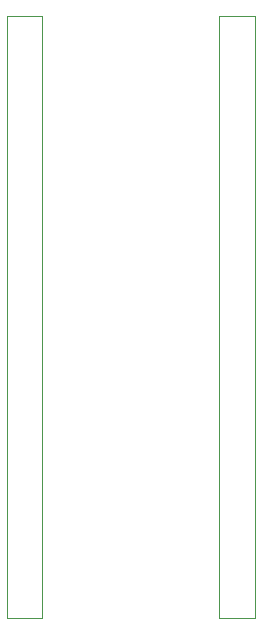
<source format=gbr>
%TF.GenerationSoftware,KiCad,Pcbnew,9.0.6-9.0.6~ubuntu22.04.1*%
%TF.CreationDate,2026-01-23T17:03:56+00:00*%
%TF.ProjectId,mm_raspberry_pi_pico,6d6d5f72-6173-4706-9265-7272795f7069,v0.1*%
%TF.SameCoordinates,PX8d24d00PY37ca3a0*%
%TF.FileFunction,Other,User*%
%FSLAX45Y45*%
G04 Gerber Fmt 4.5, Leading zero omitted, Abs format (unit mm)*
G04 Created by KiCad (PCBNEW 9.0.6-9.0.6~ubuntu22.04.1) date 2026-01-23 17:03:56*
%MOMM*%
%LPD*%
G01*
G04 APERTURE LIST*
%ADD10C,0.100000*%
%ADD11C,0.009990*%
%ADD12C,0.010830*%
%ADD13C,0.020670*%
%ADD14C,0.030760*%
%ADD15C,0.010430*%
%ADD16C,0.020530*%
%ADD17C,0.030860*%
%ADD18C,0.020510*%
%ADD19C,0.040510*%
%ADD20C,0.020680*%
%ADD21C,0.030650*%
%ADD22C,0.010710*%
%ADD23C,0.020780*%
%ADD24C,0.030680*%
G04 APERTURE END LIST*
D10*
X-1050000Y2550000D02*
X-750000Y2550000D01*
X-750000Y-2550000D01*
X-1050000Y-2550000D01*
X-1050000Y2550000D01*
X750000Y2550000D02*
X1050000Y2550000D01*
X1050000Y-2550000D01*
X750000Y-2550000D01*
X750000Y2550000D01*
D11*
%TO.C,GS4*%
X-1050000Y2200000D02*
X-1050000Y2200000D01*
D12*
X-1050000Y2200000D02*
X-1050000Y2200000D01*
D13*
X-1050000Y2200000D02*
X-1050000Y2200000D01*
D14*
X-1050000Y2200000D02*
X-1050000Y2200000D01*
D11*
%TO.C,GS2*%
X1050000Y-2400000D02*
X1050000Y-2400000D01*
D15*
X1050000Y-2400000D02*
X1050000Y-2400000D01*
D16*
X1050000Y-2400000D02*
X1050000Y-2400000D01*
D17*
X1050000Y-2400000D02*
X1050000Y-2400000D01*
D11*
%TO.C,GS1*%
X1050000Y-1400000D02*
X1050000Y-1400000D01*
D15*
X1050000Y-1400000D02*
X1050000Y-1400000D01*
D18*
X1050000Y-1400000D02*
X1050000Y-1400000D01*
D17*
X1050000Y-1400000D02*
X1050000Y-1400000D01*
D19*
X1050000Y-1400000D02*
X1050000Y-1400000D01*
D11*
%TO.C,GS3*%
X-1050000Y2400000D02*
X-1050000Y2400000D01*
D12*
X-1050000Y2400000D02*
X-1050000Y2400000D01*
D20*
X-1050000Y2400000D02*
X-1050000Y2400000D01*
D21*
X-1050000Y2400000D02*
X-1050000Y2400000D01*
D11*
%TO.C,GS5*%
X-1050000Y650000D02*
X-1050000Y650000D01*
D22*
X-1050000Y650000D02*
X-1050000Y650000D01*
D23*
X-1050000Y650000D02*
X-1050000Y650000D01*
D24*
X-1050000Y650000D02*
X-1050000Y650000D01*
%TD*%
M02*

</source>
